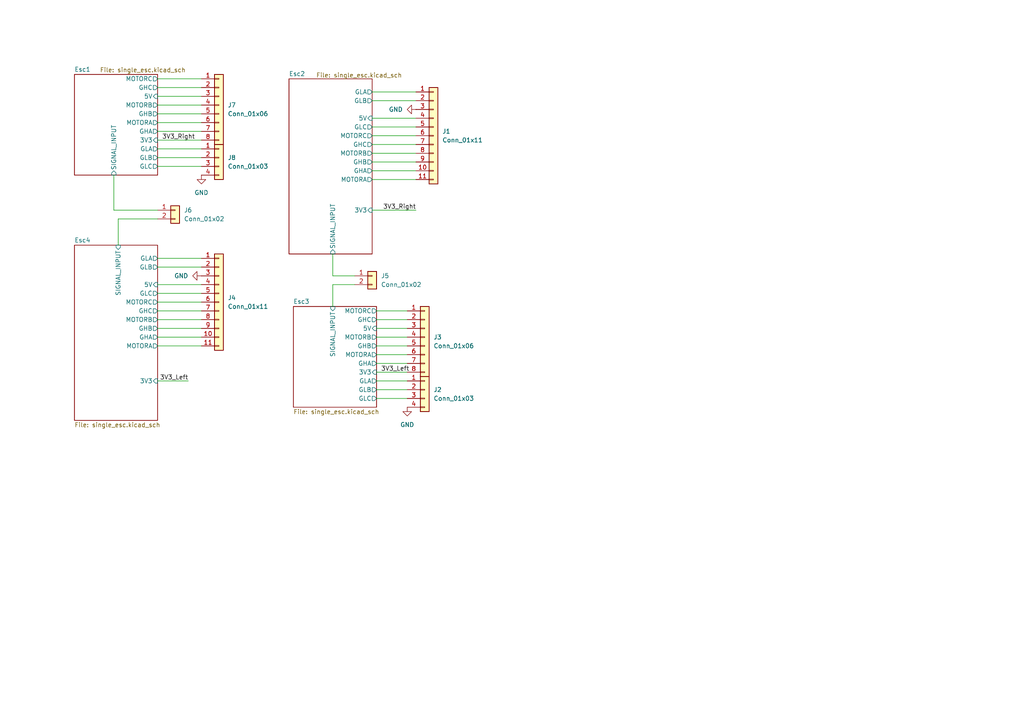
<source format=kicad_sch>
(kicad_sch (version 20250114) (generator "eeschema") (generator_version "9.0")
  (paper "A4")
  (lib_symbols
    (symbol "Conn_01x04_1" (pin_names (offset 1.016) (hide yes))
      (property "Reference" "J8" (at 2.54 0.0001 0))
      (property "Value" "Conn_01x03" (at 2.54 -2.5399 0))
      (symbol "Conn_01x04_1_1_1"
        (rectangle (start -1.27 3.81) (end 1.27 -6.35) (stroke (width 0.254)) (fill (type background)))
        (rectangle (start -1.27 2.667) (end 0 2.413) (stroke (width 0.1524)))
        (rectangle (start -1.27 0.127) (end 0 -0.127) (stroke (width 0.1524)))
        (rectangle (start -1.27 -2.413) (end 0 -2.667) (stroke (width 0.1524)))
        (rectangle (start -1.27 -4.953) (end 0 -5.207) (stroke (width 0.1524)))
        (pin passive line (at -5.08 2.54 0) (length 3.81) (name "Pin_1") (number "1"))
        (pin passive line (at -5.08 0 0) (length 3.81) (name "Pin_2") (number "2"))
        (pin passive line (at -5.08 -2.54 0) (length 3.81) (name "Pin_3") (number "3"))
        (pin power_out line (at -5.08 -5.08 0) (length 3.81) (name "Pin_4") (number "4"))
      )
    )
    (symbol "Conn_01x08_1" (pin_names (offset 1.016) (hide yes))
      (property "Reference" "J7" (at 2.54 0.0001 0))
      (property "Value" "Conn_01x06" (at 2.54 -2.5399 0))
      (symbol "Conn_01x08_1_1_1"
        (rectangle (start -1.27 8.89) (end 1.27 -11.43) (stroke (width 0.254)) (fill (type background)))
        (rectangle (start -1.27 7.747) (end 0 7.493) (stroke (width 0.1524)))
        (rectangle (start -1.27 5.207) (end 0 4.953) (stroke (width 0.1524)))
        (rectangle (start -1.27 2.667) (end 0 2.413) (stroke (width 0.1524)))
        (rectangle (start -1.27 0.127) (end 0 -0.127) (stroke (width 0.1524)))
        (rectangle (start -1.27 -2.413) (end 0 -2.667) (stroke (width 0.1524)))
        (rectangle (start -1.27 -4.953) (end 0 -5.207) (stroke (width 0.1524)))
        (rectangle (start -1.27 -7.493) (end 0 -7.747) (stroke (width 0.1524)))
        (rectangle (start -1.27 -10.033) (end 0 -10.287) (stroke (width 0.1524)))
        (pin passive line (at -5.08 7.62 0) (length 3.81) (name "Pin_1") (number "1"))
        (pin passive line (at -5.08 5.08 0) (length 3.81) (name "Pin_2") (number "2"))
        (pin power_out line (at -5.08 2.54 0) (length 3.81) (name "Pin_3") (number "3"))
        (pin passive line (at -5.08 0 0) (length 3.81) (name "Pin_4") (number "4"))
        (pin passive line (at -5.08 -2.54 0) (length 3.81) (name "Pin_5") (number "5"))
        (pin passive line (at -5.08 -5.08 0) (length 3.81) (name "Pin_6") (number "6"))
        (pin passive line (at -5.08 -7.62 0) (length 3.81) (name "Pin_7") (number "7"))
        (pin power_out line (at -5.08 -10.16 0) (length 3.81) (name "Pin_8") (number "8"))
      )
    )
    (symbol "Conn_01x11_1" (pin_names (offset 1.016) (hide yes))
      (property "Reference" "J1" (at 2.54 1.2701 0))
      (property "Value" "Conn_01x11" (at 2.54 -1.2699 0))
      (symbol "Conn_01x11_1_1_1"
        (rectangle (start -1.27 13.97) (end 1.27 -13.97) (stroke (width 0.254)) (fill (type background)))
        (rectangle (start -1.27 12.827) (end 0 12.573) (stroke (width 0.1524)))
        (rectangle (start -1.27 10.287) (end 0 10.033) (stroke (width 0.1524)))
        (rectangle (start -1.27 7.747) (end 0 7.493) (stroke (width 0.1524)))
        (rectangle (start -1.27 5.207) (end 0 4.953) (stroke (width 0.1524)))
        (rectangle (start -1.27 2.667) (end 0 2.413) (stroke (width 0.1524)))
        (rectangle (start -1.27 0.127) (end 0 -0.127) (stroke (width 0.1524)))
        (rectangle (start -1.27 -2.413) (end 0 -2.667) (stroke (width 0.1524)))
        (rectangle (start -1.27 -4.953) (end 0 -5.207) (stroke (width 0.1524)))
        (rectangle (start -1.27 -7.493) (end 0 -7.747) (stroke (width 0.1524)))
        (rectangle (start -1.27 -10.033) (end 0 -10.287) (stroke (width 0.1524)))
        (rectangle (start -1.27 -12.573) (end 0 -12.827) (stroke (width 0.1524)))
        (pin passive line (at -5.08 12.7 0) (length 3.81) (name "Pin_1") (number "1"))
        (pin passive line (at -5.08 10.16 0) (length 3.81) (name "Pin_2") (number "2"))
        (pin passive line (at -5.08 7.62 0) (length 3.81) (name "Pin_3") (number "3"))
        (pin power_out line (at -5.08 5.08 0) (length 3.81) (name "Pin_4") (number "4"))
        (pin passive line (at -5.08 2.54 0) (length 3.81) (name "Pin_5") (number "5"))
        (pin passive line (at -5.08 0 0) (length 3.81) (name "Pin_6") (number "6"))
        (pin passive line (at -5.08 -2.54 0) (length 3.81) (name "Pin_7") (number "7"))
        (pin passive line (at -5.08 -5.08 0) (length 3.81) (name "Pin_8") (number "8"))
        (pin passive line (at -5.08 -7.62 0) (length 3.81) (name "Pin_9") (number "9"))
        (pin passive line (at -5.08 -10.16 0) (length 3.81) (name "Pin_10") (number "10"))
        (pin passive line (at -5.08 -12.7 0) (length 3.81) (name "Pin_11") (number "11"))
      )
    )
    (symbol "Connector_Generic:Conn_01x02" (pin_names (offset 1.016) (hide yes))
      (property "Reference" "J" (at 0 2.54 0))
      (property "Value" "Conn_01x02" (at 0 -5.08 0))
      (symbol "Conn_01x02_1_1"
        (rectangle (start -1.27 1.27) (end 1.27 -3.81) (stroke (width 0.254)) (fill (type background)))
        (rectangle (start -1.27 0.127) (end 0 -0.127) (stroke (width 0.1524)))
        (rectangle (start -1.27 -2.413) (end 0 -2.667) (stroke (width 0.1524)))
        (pin passive line (at -5.08 0 0) (length 3.81) (name "Pin_1") (number "1"))
        (pin passive line (at -5.08 -2.54 0) (length 3.81) (name "Pin_2") (number "2"))
      )
    )
    (symbol "Connector_Generic:Conn_01x04" (pin_names (offset 1.016) (hide yes))
      (property "Reference" "J" (at 0 5.08 0))
      (property "Value" "Conn_01x04" (at 0 -7.62 0))
      (symbol "Conn_01x04_1_1"
        (rectangle (start -1.27 3.81) (end 1.27 -6.35) (stroke (width 0.254)) (fill (type background)))
        (rectangle (start -1.27 2.667) (end 0 2.413) (stroke (width 0.1524)))
        (rectangle (start -1.27 0.127) (end 0 -0.127) (stroke (width 0.1524)))
        (rectangle (start -1.27 -2.413) (end 0 -2.667) (stroke (width 0.1524)))
        (rectangle (start -1.27 -4.953) (end 0 -5.207) (stroke (width 0.1524)))
        (pin passive line (at -5.08 2.54 0) (length 3.81) (name "Pin_1") (number "1"))
        (pin passive line (at -5.08 0 0) (length 3.81) (name "Pin_2") (number "2"))
        (pin passive line (at -5.08 -2.54 0) (length 3.81) (name "Pin_3") (number "3"))
        (pin passive line (at -5.08 -5.08 0) (length 3.81) (name "Pin_4") (number "4"))
      )
    )
    (symbol "Connector_Generic:Conn_01x08" (pin_names (offset 1.016) (hide yes))
      (property "Reference" "J3" (at 2.54 0.0001 0))
      (property "Value" "Conn_01x06" (at 2.54 -2.5399 0))
      (symbol "Conn_01x08_1_1"
        (rectangle (start -1.27 8.89) (end 1.27 -11.43) (stroke (width 0.254)) (fill (type background)))
        (rectangle (start -1.27 7.747) (end 0 7.493) (stroke (width 0.1524)))
        (rectangle (start -1.27 5.207) (end 0 4.953) (stroke (width 0.1524)))
        (rectangle (start -1.27 2.667) (end 0 2.413) (stroke (width 0.1524)))
        (rectangle (start -1.27 0.127) (end 0 -0.127) (stroke (width 0.1524)))
        (rectangle (start -1.27 -2.413) (end 0 -2.667) (stroke (width 0.1524)))
        (rectangle (start -1.27 -4.953) (end 0 -5.207) (stroke (width 0.1524)))
        (rectangle (start -1.27 -7.493) (end 0 -7.747) (stroke (width 0.1524)))
        (rectangle (start -1.27 -10.033) (end 0 -10.287) (stroke (width 0.1524)))
        (pin passive line (at -5.08 7.62 0) (length 3.81) (name "Pin_1") (number "1"))
        (pin passive line (at -5.08 5.08 0) (length 3.81) (name "Pin_2") (number "2"))
        (pin power_out line (at -5.08 2.54 0) (length 3.81) (name "Pin_3") (number "3"))
        (pin passive line (at -5.08 0 0) (length 3.81) (name "Pin_4") (number "4"))
        (pin passive line (at -5.08 -2.54 0) (length 3.81) (name "Pin_5") (number "5"))
        (pin passive line (at -5.08 -5.08 0) (length 3.81) (name "Pin_6") (number "6"))
        (pin passive line (at -5.08 -7.62 0) (length 3.81) (name "Pin_7") (number "7"))
        (pin power_out line (at -5.08 -10.16 0) (length 3.81) (name "Pin_8") (number "8"))
      )
    )
    (symbol "Connector_Generic:Conn_01x11" (pin_names (offset 1.016) (hide yes))
      (property "Reference" "J4" (at 2.54 1.2701 0))
      (property "Value" "Conn_01x11" (at 2.54 -1.2699 0))
      (symbol "Conn_01x11_1_1"
        (rectangle (start -1.27 13.97) (end 1.27 -13.97) (stroke (width 0.254)) (fill (type background)))
        (rectangle (start -1.27 12.827) (end 0 12.573) (stroke (width 0.1524)))
        (rectangle (start -1.27 10.287) (end 0 10.033) (stroke (width 0.1524)))
        (rectangle (start -1.27 7.747) (end 0 7.493) (stroke (width 0.1524)))
        (rectangle (start -1.27 5.207) (end 0 4.953) (stroke (width 0.1524)))
        (rectangle (start -1.27 2.667) (end 0 2.413) (stroke (width 0.1524)))
        (rectangle (start -1.27 0.127) (end 0 -0.127) (stroke (width 0.1524)))
        (rectangle (start -1.27 -2.413) (end 0 -2.667) (stroke (width 0.1524)))
        (rectangle (start -1.27 -4.953) (end 0 -5.207) (stroke (width 0.1524)))
        (rectangle (start -1.27 -7.493) (end 0 -7.747) (stroke (width 0.1524)))
        (rectangle (start -1.27 -10.033) (end 0 -10.287) (stroke (width 0.1524)))
        (rectangle (start -1.27 -12.573) (end 0 -12.827) (stroke (width 0.1524)))
        (pin passive line (at -5.08 12.7 0) (length 3.81) (name "Pin_1") (number "1"))
        (pin passive line (at -5.08 10.16 0) (length 3.81) (name "Pin_2") (number "2"))
        (pin passive line (at -5.08 7.62 0) (length 3.81) (name "Pin_3") (number "3"))
        (pin power_out line (at -5.08 5.08 0) (length 3.81) (name "Pin_4") (number "4"))
        (pin passive line (at -5.08 2.54 0) (length 3.81) (name "Pin_5") (number "5"))
        (pin passive line (at -5.08 0 0) (length 3.81) (name "Pin_6") (number "6"))
        (pin passive line (at -5.08 -2.54 0) (length 3.81) (name "Pin_7") (number "7"))
        (pin passive line (at -5.08 -5.08 0) (length 3.81) (name "Pin_8") (number "8"))
        (pin passive line (at -5.08 -7.62 0) (length 3.81) (name "Pin_9") (number "9"))
        (pin passive line (at -5.08 -10.16 0) (length 3.81) (name "Pin_10") (number "10"))
        (pin passive line (at -5.08 -12.7 0) (length 3.81) (name "Pin_11") (number "11"))
      )
    )
    (symbol "power:GND" (power) (pin_numbers (hide yes)) (pin_names (offset 0) (hide yes))
      (property "Value" "GND" (at 0 -3.81 0))
      (symbol "GND_0_1"
        (polyline (pts (xy 0 0) (xy 0 -1.27) (xy 1.27 -1.27) (xy 0 -2.54) (xy -1.27 -1.27) (xy 0 -1.27)))
      )
      (symbol "GND_1_1"
        (pin power_in line (at 0 0 270) (length 0) (name "~") (number "1"))
      )
    )
  )
  (wire (pts (xy 96.52 73.66) (xy 96.52 80.01)))
  (wire (pts (xy 96.52 82.55) (xy 96.52 88.9)))
  (wire (pts (xy 107.95 36.83) (xy 120.65 36.83)))
  (wire (pts (xy 109.22 100.33) (xy 118.11 100.33)))
  (wire (pts (xy 107.95 60.96) (xy 120.65 60.96)))
  (wire (pts (xy 109.22 92.71) (xy 118.11 92.71)))
  (wire (pts (xy 45.72 85.09) (xy 58.42 85.09)))
  (wire (pts (xy 45.72 33.02) (xy 58.42 33.02)))
  (wire (pts (xy 45.72 38.1) (xy 58.42 38.1)))
  (wire (pts (xy 102.87 82.55) (xy 96.52 82.55)))
  (wire (pts (xy 45.72 45.72) (xy 58.42 45.72)))
  (wire (pts (xy 45.72 87.63) (xy 58.42 87.63)))
  (wire (pts (xy 45.72 100.33) (xy 58.42 100.33)))
  (wire (pts (xy 109.22 90.17) (xy 118.11 90.17)))
  (wire (pts (xy 96.52 80.01) (xy 102.87 80.01)))
  (wire (pts (xy 45.72 95.25) (xy 58.42 95.25)))
  (wire (pts (xy 45.72 22.86) (xy 58.42 22.86)))
  (wire (pts (xy 33.02 60.96) (xy 45.72 60.96)))
  (wire (pts (xy 45.72 48.26) (xy 58.42 48.26)))
  (wire (pts (xy 107.95 49.53) (xy 120.65 49.53)))
  (wire (pts (xy 45.72 74.93) (xy 58.42 74.93)))
  (wire (pts (xy 109.22 107.95) (xy 118.11 107.95)))
  (wire (pts (xy 33.02 50.8) (xy 33.02 60.96)))
  (wire (pts (xy 109.22 97.79) (xy 118.11 97.79)))
  (wire (pts (xy 45.72 77.47) (xy 58.42 77.47)))
  (wire (pts (xy 109.22 110.49) (xy 118.11 110.49)))
  (wire (pts (xy 45.72 63.5) (xy 34.29 63.5)))
  (wire (pts (xy 107.95 46.99) (xy 120.65 46.99)))
  (wire (pts (xy 109.22 113.03) (xy 118.11 113.03)))
  (wire (pts (xy 107.95 44.45) (xy 120.65 44.45)))
  (wire (pts (xy 107.95 41.91) (xy 120.65 41.91)))
  (wire (pts (xy 107.95 39.37) (xy 120.65 39.37)))
  (wire (pts (xy 45.72 110.49) (xy 54.61 110.49)))
  (wire (pts (xy 109.22 115.57) (xy 118.11 115.57)))
  (wire (pts (xy 109.22 105.41) (xy 118.11 105.41)))
  (wire (pts (xy 45.72 43.18) (xy 58.42 43.18)))
  (wire (pts (xy 45.72 97.79) (xy 58.42 97.79)))
  (wire (pts (xy 107.95 34.29) (xy 120.65 34.29)))
  (wire (pts (xy 45.72 82.55) (xy 58.42 82.55)))
  (wire (pts (xy 45.72 35.56) (xy 58.42 35.56)))
  (wire (pts (xy 107.95 29.21) (xy 120.65 29.21)))
  (wire (pts (xy 109.22 102.87) (xy 118.11 102.87)))
  (wire (pts (xy 45.72 92.71) (xy 58.42 92.71)))
  (wire (pts (xy 45.72 25.4) (xy 58.42 25.4)))
  (wire (pts (xy 109.22 95.25) (xy 118.11 95.25)))
  (wire (pts (xy 34.29 63.5) (xy 34.29 71.12)))
  (wire (pts (xy 45.72 27.94) (xy 58.42 27.94)))
  (wire (pts (xy 45.72 90.17) (xy 58.42 90.17)))
  (wire (pts (xy 107.95 26.67) (xy 120.65 26.67)))
  (wire (pts (xy 45.72 30.48) (xy 58.42 30.48)))
  (wire (pts (xy 107.95 52.07) (xy 120.65 52.07)))
  (wire (pts (xy 45.72 40.64) (xy 58.42 40.64)))
  (label "3V3_Left" (at 110.49 107.95 0))
  (label "3V3_Left" (at 54.61 110.49 180))
  (label "3V3_Right" (at 120.65 60.96 180))
  (label "3V3_Right" (at 46.99 40.64 0))
  (symbol (lib_id "Connector_Generic:Conn_01x02") (at 50.8 60.96 0) (unit 1) (in_bom no)
    (property "Reference" "J6" (at 53.34 60.9599 0) (effects (justify left)))
    (property "Value" "Conn_01x02" (at 53.34 63.4999 0) (effects (justify left)))
    (property "Footprint" "Custom:Castellated2Pin127" (effects (hide yes)))
    (property "Description" "Generic connector, single row, 01x02, script generated (kicad-library-utils/schlib/autogen/connector/)" (effects (hide yes)))
  )
  (symbol (lib_id "Connector_Generic:Conn_01x02") (at 107.95 80.01 0) (unit 1) (in_bom no)
    (property "Reference" "J5" (at 110.49 80.0099 0) (effects (justify left)))
    (property "Value" "Conn_01x02" (at 110.49 82.5499 0) (effects (justify left)))
    (property "Footprint" "Custom:Castellated2Pin127" (effects (hide yes)))
    (property "Description" "Generic connector, single row, 01x02, script generated (kicad-library-utils/schlib/autogen/connector/)" (effects (hide yes)))
  )
  (symbol (lib_id "power:GND") (at 120.65 31.75 270) (unit 1)
    (property "Reference" "#PWR033" (effects (hide yes)))
    (property "Value" "GND" (at 116.84 31.7499 90) (effects (justify right)))
    (property "Description" "Power symbol creates a global label with name \"GND\" , ground" (effects (hide yes)))
  )
  (symbol (lib_id "Connector_Generic:Conn_01x11") (at 63.5 87.63 0) (unit 1) (in_bom no)
    (property "Reference" "J4" (at 66.04 86.3599 0) (effects (justify left)))
    (property "Value" "Conn_01x11" (at 66.04 88.8999 0) (effects (justify left)))
    (property "Footprint" "Custom:Castellated11Pin127" (effects (hide yes)))
    (property "Description" "Generic connector, single row, 01x11, script generated (kicad-library-utils/schlib/autogen/connector/)" (effects (hide yes)))
  )
  (symbol (lib_id "Connector_Generic:Conn_01x04") (at 123.19 113.03 0) (unit 1) (in_bom no)
    (property "Reference" "J2" (at 125.73 113.0299 0) (effects (justify left)))
    (property "Value" "Conn_01x03" (at 125.73 115.5699 0) (effects (justify left)))
    (property "Footprint" "Custom:Castellated4Pin127" (effects (hide yes)))
    (property "Description" "Generic connector, single row, 01x04, script generated (kicad-library-utils/schlib/autogen/connector/)" (effects (hide yes)))
  )
  (symbol (lib_id "power:GND") (at 118.11 118.11 0) (unit 1)
    (property "Reference" "#PWR047" (effects (hide yes)))
    (property "Value" "GND" (at 118.11 123.19 0))
    (property "Description" "Power symbol creates a global label with name \"GND\" , ground" (effects (hide yes)))
  )
  (symbol (lib_name "Conn_01x04_1") (lib_id "Connector_Generic:Conn_01x04") (at 63.5 45.72 0) (unit 1) (in_bom no)
    (property "Reference" "J8" (at 66.04 45.7199 0) (effects (justify left)))
    (property "Value" "Conn_01x03" (at 66.04 48.2599 0) (effects (justify left)))
    (property "Footprint" "Custom:Castellated4Pin127" (effects (hide yes)))
    (property "Description" "Generic connector, single row, 01x04, script generated (kicad-library-utils/schlib/autogen/connector/)" (effects (hide yes)))
  )
  (symbol (lib_id "power:GND") (at 58.42 50.8 0) (unit 1)
    (property "Reference" "#PWR031" (effects (hide yes)))
    (property "Value" "GND" (at 58.42 55.88 0))
    (property "Description" "Power symbol creates a global label with name \"GND\" , ground" (effects (hide yes)))
  )
  (symbol (lib_name "Conn_01x11_1") (lib_id "Connector_Generic:Conn_01x11") (at 125.73 39.37 0) (unit 1) (in_bom no)
    (property "Reference" "J1" (at 128.27 38.0999 0) (effects (justify left)))
    (property "Value" "Conn_01x11" (at 128.27 40.6399 0) (effects (justify left)))
    (property "Footprint" "Custom:Castellated11Pin127" (effects (hide yes)))
    (property "Description" "Generic connector, single row, 01x11, script generated (kicad-library-utils/schlib/autogen/connector/)" (effects (hide yes)))
  )
  (symbol (lib_id "Connector_Generic:Conn_01x08") (at 123.19 97.79 0) (unit 1) (in_bom no)
    (property "Reference" "J3" (at 125.73 97.7899 0) (effects (justify left)))
    (property "Value" "Conn_01x06" (at 125.73 100.3299 0) (effects (justify left)))
    (property "Footprint" "Custom:Castellated8Pin127" (effects (hide yes)))
    (property "Description" "Generic connector, single row, 01x08, script generated (kicad-library-utils/schlib/autogen/connector/)" (effects (hide yes)))
  )
  (symbol (lib_name "Conn_01x08_1") (lib_id "Connector_Generic:Conn_01x08") (at 63.5 30.48 0) (unit 1) (in_bom no)
    (property "Reference" "J7" (at 66.04 30.4799 0) (effects (justify left)))
    (property "Value" "Conn_01x06" (at 66.04 33.0199 0) (effects (justify left)))
    (property "Footprint" "Custom:Castellated8Pin127" (effects (hide yes)))
    (property "Description" "Generic connector, single row, 01x08, script generated (kicad-library-utils/schlib/autogen/connector/)" (effects (hide yes)))
  )
  (symbol (lib_id "power:GND") (at 58.42 80.01 270) (unit 1)
    (property "Reference" "#PWR063" (effects (hide yes)))
    (property "Value" "GND" (at 54.61 80.0099 90) (effects (justify right)))
    (property "Description" "Power symbol creates a global label with name \"GND\" , ground" (effects (hide yes)))
  )
  (sheet (at 83.82 22.86) (size 24.13 50.8) (stroke (width 0.1524))
    (property "Sheetname" "Esc2" (at 83.82 22.1484 0) (effects (justify left bottom)))
    (property "Sheetfile" "single_esc.kicad_sch" (at 91.694 21.082 0) (effects (justify left top)))
    (pin "SIGNAL_INPUT" input (at 96.52 73.66 270))
    (pin "MOTORA" output (at 107.95 52.07 0))
    (pin "MOTORC" output (at 107.95 39.37 0))
    (pin "GHC" output (at 107.95 41.91 0))
    (pin "GHA" output (at 107.95 49.53 0))
    (pin "GLC" output (at 107.95 36.83 0))
    (pin "MOTORB" output (at 107.95 44.45 0))
    (pin "GHB" output (at 107.95 46.99 0))
    (pin "GLB" output (at 107.95 29.21 0))
    (pin "GLA" output (at 107.95 26.67 0))
    (pin "5V" input (at 107.95 34.29 0))
    (pin "3V3" input (at 107.95 60.96 0))
  )
  (sheet (at 21.59 21.59) (size 24.13 29.21) (stroke (width 0.1524))
    (property "Sheetname" "Esc1" (at 21.59 20.8784 0) (effects (justify left bottom)))
    (property "Sheetfile" "single_esc.kicad_sch" (at 28.956 19.558 0) (effects (justify left top)))
    (pin "SIGNAL_INPUT" input (at 33.02 50.8 270))
    (pin "MOTORA" output (at 45.72 35.56 0))
    (pin "MOTORC" output (at 45.72 22.86 0))
    (pin "GHC" output (at 45.72 25.4 0))
    (pin "GHA" output (at 45.72 38.1 0))
    (pin "GLC" output (at 45.72 48.26 0))
    (pin "MOTORB" output (at 45.72 30.48 0))
    (pin "GHB" output (at 45.72 33.02 0))
    (pin "GLB" output (at 45.72 45.72 0))
    (pin "GLA" output (at 45.72 43.18 0))
    (pin "5V" input (at 45.72 27.94 0))
    (pin "3V3" input (at 45.72 40.64 0))
  )
  (sheet (at 85.09 88.9) (size 24.13 29.21) (stroke (width 0.1524))
    (property "Sheetname" "Esc3" (at 85.09 88.1884 0) (effects (justify left bottom)))
    (property "Sheetfile" "single_esc.kicad_sch" (at 85.09 118.6946 0) (effects (justify left top)))
    (pin "SIGNAL_INPUT" input (at 96.52 88.9 90))
    (pin "MOTORA" output (at 109.22 102.87 0))
    (pin "MOTORC" output (at 109.22 90.17 0))
    (pin "GHC" output (at 109.22 92.71 0))
    (pin "GHA" output (at 109.22 105.41 0))
    (pin "GLC" output (at 109.22 115.57 0))
    (pin "MOTORB" output (at 109.22 97.79 0))
    (pin "GHB" output (at 109.22 100.33 0))
    (pin "GLB" output (at 109.22 113.03 0))
    (pin "GLA" output (at 109.22 110.49 0))
    (pin "5V" input (at 109.22 95.25 0))
    (pin "3V3" input (at 109.22 107.95 0))
  )
  (sheet (at 21.59 71.12) (size 24.13 50.8) (stroke (width 0.1524))
    (property "Sheetname" "Esc4" (at 21.59 70.4084 0) (effects (justify left bottom)))
    (property "Sheetfile" "single_esc.kicad_sch" (at 21.59 122.5046 0) (effects (justify left top)))
    (pin "SIGNAL_INPUT" input (at 34.29 71.12 90))
    (pin "MOTORA" output (at 45.72 100.33 0))
    (pin "MOTORC" output (at 45.72 87.63 0))
    (pin "GHC" output (at 45.72 90.17 0))
    (pin "GHA" output (at 45.72 97.79 0))
    (pin "GLC" output (at 45.72 85.09 0))
    (pin "MOTORB" output (at 45.72 92.71 0))
    (pin "GHB" output (at 45.72 95.25 0))
    (pin "GLB" output (at 45.72 77.47 0))
    (pin "GLA" output (at 45.72 74.93 0))
    (pin "5V" input (at 45.72 82.55 0))
    (pin "3V3" input (at 45.72 110.49 0))
  )
)
</source>
